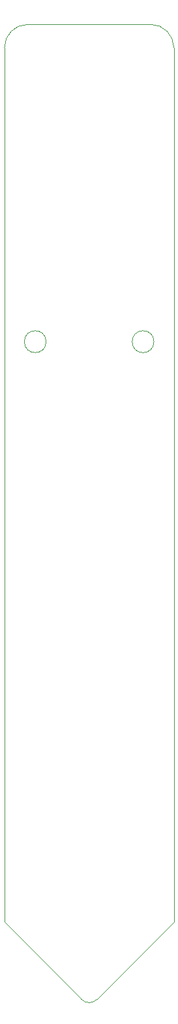
<source format=gbr>
G04 #@! TF.GenerationSoftware,KiCad,Pcbnew,(6.0.0)*
G04 #@! TF.CreationDate,2022-04-30T09:15:09+02:00*
G04 #@! TF.ProjectId,parasite,70617261-7369-4746-952e-6b696361645f,1.2.0*
G04 #@! TF.SameCoordinates,Original*
G04 #@! TF.FileFunction,Profile,NP*
%FSLAX46Y46*%
G04 Gerber Fmt 4.6, Leading zero omitted, Abs format (unit mm)*
G04 Created by KiCad (PCBNEW (6.0.0)) date 2022-04-30 09:15:09*
%MOMM*%
%LPD*%
G01*
G04 APERTURE LIST*
G04 #@! TA.AperFunction,Profile*
%ADD10C,0.050000*%
G04 #@! TD*
G04 APERTURE END LIST*
D10*
X60000000Y-27000000D02*
X76000000Y-27000000D01*
X67000001Y-152999999D02*
G75*
G03*
X68999999Y-152999999I999999J1000000D01*
G01*
X67000001Y-152999999D02*
X57000000Y-143000000D01*
X68999999Y-152999999D02*
X79000000Y-143000000D01*
X57000000Y-30000000D02*
X57000000Y-143000000D01*
X79000000Y-143000000D02*
X79000000Y-30000000D01*
X62414214Y-68000000D02*
G75*
G03*
X62414214Y-68000000I-1414214J0D01*
G01*
X79000000Y-30000000D02*
G75*
G03*
X76000000Y-27000000I-3000001J-1D01*
G01*
X76414214Y-68000000D02*
G75*
G03*
X76414214Y-68000000I-1414214J0D01*
G01*
X60000000Y-27000000D02*
G75*
G03*
X57000000Y-30000000I1J-3000001D01*
G01*
M02*

</source>
